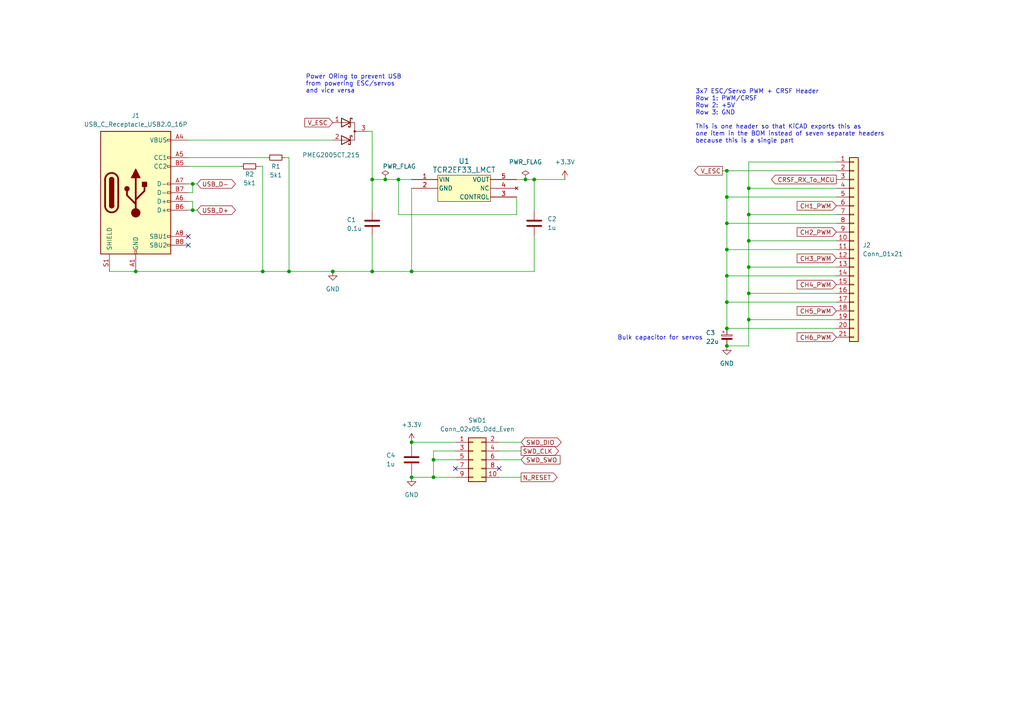
<source format=kicad_sch>
(kicad_sch (version 20250114) (generator "eeschema") (generator_version "9.0")
  (paper "A4")
  (lib_symbols
    (symbol "Connector:USB_C_Receptacle_USB2.0_16P" (pin_names (offset 1.016))
      (property "Reference" "J" (at 0 22.225 0))
      (property "Value" "USB_C_Receptacle_USB2.0_16P" (at 0 19.685 0))
      (symbol "USB_C_Receptacle_USB2.0_16P_0_0"
        (rectangle (start -0.254 -17.78) (end 0.254 -16.764))
        (rectangle (start 10.16 15.494) (end 9.144 14.986))
        (rectangle (start 10.16 10.414) (end 9.144 9.906))
        (rectangle (start 10.16 7.874) (end 9.144 7.366))
        (rectangle (start 10.16 2.794) (end 9.144 2.286))
        (rectangle (start 10.16 0.254) (end 9.144 -0.254))
        (rectangle (start 10.16 -2.286) (end 9.144 -2.794))
        (rectangle (start 10.16 -4.826) (end 9.144 -5.334))
        (rectangle (start 10.16 -12.446) (end 9.144 -12.954))
        (rectangle (start 10.16 -14.986) (end 9.144 -15.494))
      )
      (symbol "USB_C_Receptacle_USB2.0_16P_0_1"
        (rectangle (start -10.16 17.78) (end 10.16 -17.78) (stroke (width 0.254)) (fill (type background)))
        (polyline (pts (xy -8.89 -3.81) (xy -8.89 3.81)) (stroke (width 0.508)))
        (rectangle (start -7.62 -3.81) (end -6.35 3.81) (stroke (width 0.254)) (fill (type outline)))
        (arc (start -7.62 3.81) (mid -6.985 4.4423) (end -6.35 3.81) (stroke (width 0.254)))
        (arc (start -7.62 3.81) (mid -6.985 4.4423) (end -6.35 3.81) (stroke (width 0.254)) (fill (type outline)))
        (arc (start -8.89 3.81) (mid -6.985 5.7067) (end -5.08 3.81) (stroke (width 0.508)))
        (arc (start -5.08 -3.81) (mid -6.985 -5.7067) (end -8.89 -3.81) (stroke (width 0.508)))
        (arc (start -6.35 -3.81) (mid -6.985 -4.4423) (end -7.62 -3.81) (stroke (width 0.254)))
        (arc (start -6.35 -3.81) (mid -6.985 -4.4423) (end -7.62 -3.81) (stroke (width 0.254)) (fill (type outline)))
        (polyline (pts (xy -5.08 3.81) (xy -5.08 -3.81)) (stroke (width 0.508)))
        (circle (center -2.54 1.143) (radius 0.635) (stroke (width 0.254)) (fill (type outline)))
        (polyline (pts (xy -1.27 4.318) (xy 0 6.858) (xy 1.27 4.318) (xy -1.27 4.318)) (stroke (width 0.254)) (fill (type outline)))
        (polyline (pts (xy 0 -2.032) (xy 2.54 0.508) (xy 2.54 1.778)) (stroke (width 0.508)))
        (polyline (pts (xy 0 -3.302) (xy -2.54 -0.762) (xy -2.54 0.508)) (stroke (width 0.508)))
        (polyline (pts (xy 0 -5.842) (xy 0 4.318)) (stroke (width 0.508)))
        (circle (center 0 -5.842) (radius 1.27) (fill (type outline)))
        (rectangle (start 1.905 1.778) (end 3.175 3.048) (stroke (width 0.254)) (fill (type outline)))
      )
      (symbol "USB_C_Receptacle_USB2.0_16P_1_1"
        (pin passive line (at -7.62 -22.86 90) (length 5.08) (name "SHIELD") (number "S1"))
        (pin passive line (at 0 -22.86 90) (length 5.08) (name "GND") (number "A1"))
        (pin passive line (at 0 -22.86 90) (length 5.08) (hide yes) (name "GND") (number "A12"))
        (pin passive line (at 0 -22.86 90) (length 5.08) (hide yes) (name "GND") (number "B1"))
        (pin passive line (at 0 -22.86 90) (length 5.08) (hide yes) (name "GND") (number "B12"))
        (pin passive line (at 15.24 15.24 180) (length 5.08) (name "VBUS") (number "A4"))
        (pin passive line (at 15.24 15.24 180) (length 5.08) (hide yes) (name "VBUS") (number "A9"))
        (pin passive line (at 15.24 15.24 180) (length 5.08) (hide yes) (name "VBUS") (number "B4"))
        (pin passive line (at 15.24 15.24 180) (length 5.08) (hide yes) (name "VBUS") (number "B9"))
        (pin bidirectional line (at 15.24 10.16 180) (length 5.08) (name "CC1") (number "A5"))
        (pin bidirectional line (at 15.24 7.62 180) (length 5.08) (name "CC2") (number "B5"))
        (pin bidirectional line (at 15.24 2.54 180) (length 5.08) (name "D-") (number "A7"))
        (pin bidirectional line (at 15.24 0 180) (length 5.08) (name "D-") (number "B7"))
        (pin bidirectional line (at 15.24 -2.54 180) (length 5.08) (name "D+") (number "A6"))
        (pin bidirectional line (at 15.24 -5.08 180) (length 5.08) (name "D+") (number "B6"))
        (pin bidirectional line (at 15.24 -12.7 180) (length 5.08) (name "SBU1") (number "A8"))
        (pin bidirectional line (at 15.24 -15.24 180) (length 5.08) (name "SBU2") (number "B8"))
      )
    )
    (symbol "Connector_Generic:Conn_01x21" (pin_names (offset 1.016) (hide yes))
      (property "Reference" "J" (at 0 27.94 0))
      (property "Value" "Conn_01x21" (at 0 -27.94 0))
      (symbol "Conn_01x21_1_1"
        (rectangle (start -1.27 26.67) (end 1.27 -26.67) (stroke (width 0.254)) (fill (type background)))
        (rectangle (start -1.27 25.527) (end 0 25.273) (stroke (width 0.1524)))
        (rectangle (start -1.27 22.987) (end 0 22.733) (stroke (width 0.1524)))
        (rectangle (start -1.27 20.447) (end 0 20.193) (stroke (width 0.1524)))
        (rectangle (start -1.27 17.907) (end 0 17.653) (stroke (width 0.1524)))
        (rectangle (start -1.27 15.367) (end 0 15.113) (stroke (width 0.1524)))
        (rectangle (start -1.27 12.827) (end 0 12.573) (stroke (width 0.1524)))
        (rectangle (start -1.27 10.287) (end 0 10.033) (stroke (width 0.1524)))
        (rectangle (start -1.27 7.747) (end 0 7.493) (stroke (width 0.1524)))
        (rectangle (start -1.27 5.207) (end 0 4.953) (stroke (width 0.1524)))
        (rectangle (start -1.27 2.667) (end 0 2.413) (stroke (width 0.1524)))
        (rectangle (start -1.27 0.127) (end 0 -0.127) (stroke (width 0.1524)))
        (rectangle (start -1.27 -2.413) (end 0 -2.667) (stroke (width 0.1524)))
        (rectangle (start -1.27 -4.953) (end 0 -5.207) (stroke (width 0.1524)))
        (rectangle (start -1.27 -7.493) (end 0 -7.747) (stroke (width 0.1524)))
        (rectangle (start -1.27 -10.033) (end 0 -10.287) (stroke (width 0.1524)))
        (rectangle (start -1.27 -12.573) (end 0 -12.827) (stroke (width 0.1524)))
        (rectangle (start -1.27 -15.113) (end 0 -15.367) (stroke (width 0.1524)))
        (rectangle (start -1.27 -17.653) (end 0 -17.907) (stroke (width 0.1524)))
        (rectangle (start -1.27 -20.193) (end 0 -20.447) (stroke (width 0.1524)))
        (rectangle (start -1.27 -22.733) (end 0 -22.987) (stroke (width 0.1524)))
        (rectangle (start -1.27 -25.273) (end 0 -25.527) (stroke (width 0.1524)))
        (pin passive line (at -5.08 25.4 0) (length 3.81) (name "Pin_1") (number "1"))
        (pin passive line (at -5.08 22.86 0) (length 3.81) (name "Pin_2") (number "2"))
        (pin passive line (at -5.08 20.32 0) (length 3.81) (name "Pin_3") (number "3"))
        (pin passive line (at -5.08 17.78 0) (length 3.81) (name "Pin_4") (number "4"))
        (pin passive line (at -5.08 15.24 0) (length 3.81) (name "Pin_5") (number "5"))
        (pin passive line (at -5.08 12.7 0) (length 3.81) (name "Pin_6") (number "6"))
        (pin passive line (at -5.08 10.16 0) (length 3.81) (name "Pin_7") (number "7"))
        (pin passive line (at -5.08 7.62 0) (length 3.81) (name "Pin_8") (number "8"))
        (pin passive line (at -5.08 5.08 0) (length 3.81) (name "Pin_9") (number "9"))
        (pin passive line (at -5.08 2.54 0) (length 3.81) (name "Pin_10") (number "10"))
        (pin passive line (at -5.08 0 0) (length 3.81) (name "Pin_11") (number "11"))
        (pin passive line (at -5.08 -2.54 0) (length 3.81) (name "Pin_12") (number "12"))
        (pin passive line (at -5.08 -5.08 0) (length 3.81) (name "Pin_13") (number "13"))
        (pin passive line (at -5.08 -7.62 0) (length 3.81) (name "Pin_14") (number "14"))
        (pin passive line (at -5.08 -10.16 0) (length 3.81) (name "Pin_15") (number "15"))
        (pin passive line (at -5.08 -12.7 0) (length 3.81) (name "Pin_16") (number "16"))
        (pin passive line (at -5.08 -15.24 0) (length 3.81) (name "Pin_17") (number "17"))
        (pin passive line (at -5.08 -17.78 0) (length 3.81) (name "Pin_18") (number "18"))
        (pin passive line (at -5.08 -20.32 0) (length 3.81) (name "Pin_19") (number "19"))
        (pin passive line (at -5.08 -22.86 0) (length 3.81) (name "Pin_20") (number "20"))
        (pin passive line (at -5.08 -25.4 0) (length 3.81) (name "Pin_21") (number "21"))
      )
    )
    (symbol "Connector_Generic:Conn_02x05_Odd_Even" (pin_names (offset 1.016) (hide yes))
      (property "Reference" "J" (at 1.27 7.62 0))
      (property "Value" "Conn_02x05_Odd_Even" (at 1.27 -7.62 0))
      (symbol "Conn_02x05_Odd_Even_1_1"
        (rectangle (start -1.27 6.35) (end 3.81 -6.35) (stroke (width 0.254)) (fill (type background)))
        (rectangle (start -1.27 5.207) (end 0 4.953) (stroke (width 0.1524)))
        (rectangle (start -1.27 2.667) (end 0 2.413) (stroke (width 0.1524)))
        (rectangle (start -1.27 0.127) (end 0 -0.127) (stroke (width 0.1524)))
        (rectangle (start -1.27 -2.413) (end 0 -2.667) (stroke (width 0.1524)))
        (rectangle (start -1.27 -4.953) (end 0 -5.207) (stroke (width 0.1524)))
        (rectangle (start 3.81 5.207) (end 2.54 4.953) (stroke (width 0.1524)))
        (rectangle (start 3.81 2.667) (end 2.54 2.413) (stroke (width 0.1524)))
        (rectangle (start 3.81 0.127) (end 2.54 -0.127) (stroke (width 0.1524)))
        (rectangle (start 3.81 -2.413) (end 2.54 -2.667) (stroke (width 0.1524)))
        (rectangle (start 3.81 -4.953) (end 2.54 -5.207) (stroke (width 0.1524)))
        (pin passive line (at -5.08 5.08 0) (length 3.81) (name "Pin_1") (number "1"))
        (pin passive line (at -5.08 2.54 0) (length 3.81) (name "Pin_3") (number "3"))
        (pin passive line (at -5.08 0 0) (length 3.81) (name "Pin_5") (number "5"))
        (pin passive line (at -5.08 -2.54 0) (length 3.81) (name "Pin_7") (number "7"))
        (pin passive line (at -5.08 -5.08 0) (length 3.81) (name "Pin_9") (number "9"))
        (pin passive line (at 7.62 5.08 180) (length 3.81) (name "Pin_2") (number "2"))
        (pin passive line (at 7.62 2.54 180) (length 3.81) (name "Pin_4") (number "4"))
        (pin passive line (at 7.62 0 180) (length 3.81) (name "Pin_6") (number "6"))
        (pin passive line (at 7.62 -2.54 180) (length 3.81) (name "Pin_8") (number "8"))
        (pin passive line (at 7.62 -5.08 180) (length 3.81) (name "Pin_10") (number "10"))
      )
    )
    (symbol "Device:C" (pin_numbers (hide yes)) (pin_names (offset 0.254))
      (property "Reference" "C" (at 0.635 2.54 0))
      (property "Value" "C" (at 0.635 -2.54 0))
      (symbol "C_0_1"
        (polyline (pts (xy -2.032 0.762) (xy 2.032 0.762)) (stroke (width 0.508)))
        (polyline (pts (xy -2.032 -0.762) (xy 2.032 -0.762)) (stroke (width 0.508)))
      )
      (symbol "C_1_1"
        (pin passive line (at 0 3.81 270) (length 2.794) (name "~") (number "1"))
        (pin passive line (at 0 -3.81 90) (length 2.794) (name "~") (number "2"))
      )
    )
    (symbol "Device:C_Polarized_Small" (pin_numbers (hide yes)) (pin_names (offset 0.254) (hide yes))
      (property "Reference" "C" (at 0.254 1.778 0))
      (property "Value" "C_Polarized_Small" (at 0.254 -2.032 0))
      (symbol "C_Polarized_Small_0_1"
        (rectangle (start -1.524 0.6858) (end 1.524 0.3048))
        (rectangle (start -1.524 -0.3048) (end 1.524 -0.6858) (fill (type outline)))
        (polyline (pts (xy -1.27 1.524) (xy -0.762 1.524)))
        (polyline (pts (xy -1.016 1.27) (xy -1.016 1.778)))
      )
      (symbol "C_Polarized_Small_1_1"
        (pin passive line (at 0 2.54 270) (length 1.8542) (name "~") (number "1"))
        (pin passive line (at 0 -2.54 90) (length 1.8542) (name "~") (number "2"))
      )
    )
    (symbol "Device:D_Schottky_Dual_CommonCathode_AAK_Parallel" (pin_names (offset 0.762) (hide yes))
      (property "Reference" "D" (at 0 5.08 0))
      (property "Value" "D_Schottky_Dual_CommonCathode_AAK_Parallel" (at 0 -5.08 0))
      (symbol "D_Schottky_Dual_CommonCathode_AAK_Parallel_0_1"
        (polyline (pts (xy -2.54 3.81) (xy 0 2.54) (xy -2.54 1.27) (xy -2.54 3.81) (xy -2.54 3.81) (xy -2.54 3.81)) (stroke (width 0.254)))
        (polyline (pts (xy -2.54 -1.27) (xy 0 -2.54) (xy -2.54 -3.81) (xy -2.54 -1.27) (xy -2.54 -1.27) (xy -2.54 -1.27)) (stroke (width 0.254)))
        (polyline (pts (xy -2.54 -2.54) (xy 1.27 -2.54) (xy 1.27 2.54) (xy -2.54 2.54)))
        (polyline (pts (xy 0.508 3.556) (xy 0.508 3.81) (xy 0 3.81) (xy 0 1.27) (xy -0.508 1.27) (xy -0.508 1.524)) (stroke (width 0.254)))
        (polyline (pts (xy 0.508 -1.524) (xy 0.508 -1.27) (xy 0 -1.27) (xy 0 -3.81) (xy -0.508 -3.81) (xy -0.508 -3.556)) (stroke (width 0.254)))
        (polyline (pts (xy 1.27 0) (xy 2.54 0)))
        (circle (center 1.27 0) (radius 0.254) (fill (type outline)))
        (pin passive line (at -5.08 2.54 0) (length 2.54) (name "A") (number "1"))
        (pin passive line (at -5.08 -2.54 0) (length 2.54) (name "A") (number "2"))
        (pin passive line (at 5.08 0 180) (length 2.54) (name "K") (number "3"))
      )
    )
    (symbol "Device:R_Small" (pin_numbers (hide yes)) (pin_names (offset 0.254) (hide yes))
      (property "Reference" "R" (at 0.762 0.508 0))
      (property "Value" "R_Small" (at 0.762 -1.016 0))
      (symbol "R_Small_0_1"
        (rectangle (start -0.762 1.778) (end 0.762 -1.778) (stroke (width 0.2032)))
      )
      (symbol "R_Small_1_1"
        (pin passive line (at 0 2.54 270) (length 0.762) (name "~") (number "1"))
        (pin passive line (at 0 -2.54 90) (length 0.762) (name "~") (number "2"))
      )
    )
    (symbol "Regulator_Linear_Custom:TCR2EF33_LMCT" (pin_names (offset 0.254))
      (property "Reference" "U" (at 15.24 5.588 0))
      (property "Value" "TCR2EF33_LMCT" (at 15.24 3.048 0))
      (symbol "TCR2EF33_LMCT_0_1"
        (rectangle (start 7.62 1.27) (end 22.86 -6.35) (fill (type background)))
        (pin power_in line (at 0 0 0) (length 7.62) (name "VIN") (number "1"))
        (pin power_out line (at 0 -2.54 0) (length 7.62) (name "GND") (number "2"))
        (pin power_in line (at 30.48 0 180) (length 7.62) (name "VOUT") (number "5"))
        (pin no_connect line (at 30.48 -2.54 180) (length 7.62) (name "NC") (number "4"))
        (pin unspecified line (at 30.48 -5.08 180) (length 7.62) (name "CONTROL") (number "3"))
      )
    )
    (symbol "power:+3.3V" (power) (pin_numbers (hide yes)) (pin_names (offset 0) (hide yes))
      (property "Value" "+3.3V" (at 0 3.556 0))
      (symbol "+3.3V_0_1"
        (polyline (pts (xy -0.762 1.27) (xy 0 2.54)))
        (polyline (pts (xy 0 2.54) (xy 0.762 1.27)))
        (polyline (pts (xy 0 0) (xy 0 2.54)))
      )
      (symbol "+3.3V_1_1"
        (pin power_in line (at 0 0 90) (length 0) (name "~") (number "1"))
      )
    )
    (symbol "power:GND" (power) (pin_numbers (hide yes)) (pin_names (offset 0) (hide yes))
      (property "Value" "GND" (at 0 -3.81 0))
      (symbol "GND_0_1"
        (polyline (pts (xy 0 0) (xy 0 -1.27) (xy 1.27 -1.27) (xy 0 -2.54) (xy -1.27 -1.27) (xy 0 -1.27)))
      )
      (symbol "GND_1_1"
        (pin power_in line (at 0 0 270) (length 0) (name "~") (number "1"))
      )
    )
    (symbol "power:PWR_FLAG" (power) (pin_numbers (hide yes)) (pin_names (offset 0) (hide yes))
      (property "Value" "PWR_FLAG" (at 0 3.81 0))
      (symbol "PWR_FLAG_0_0"
        (pin power_out line (at 0 0 90) (length 0) (name "~") (number "1"))
      )
      (symbol "PWR_FLAG_0_1"
        (polyline (pts (xy 0 0) (xy 0 1.27) (xy -1.016 1.905) (xy 0 2.54) (xy 1.016 1.905) (xy 0 1.27)))
      )
    )
  )
  (text "Bulk capacitor for servos" (at 179.07 98.044 0) (effects (font (size 1.27 1.27)) (justify left)))
  (text "Power ORing to prevent USB\nfrom powering ESC/servos\nand vice versa" (at 88.646 24.384 0) (effects (font (size 1.27 1.27)) (justify left)))
  (text "3x7 ESC/Servo PWM + CRSF Header\nRow 1: PWM/CRSF\nRow 2: +5V\nRow 3: GND\n\nThis is one header so that KiCAD exports this as\none item in the BOM instead of seven separate headers\nbecause this is a single part" (at 201.676 33.782 0) (effects (font (size 1.27 1.27)) (justify left)))
  (junction (at 217.17 54.61))
  (junction (at 115.57 52.07))
  (junction (at 119.38 128.27))
  (junction (at 55.88 53.34))
  (junction (at 76.2 78.74))
  (junction (at 217.17 77.47))
  (junction (at 125.73 133.35))
  (junction (at 210.82 57.15))
  (junction (at 96.52 78.74))
  (junction (at 210.82 80.01))
  (junction (at 111.76 52.07))
  (junction (at 125.73 138.43))
  (junction (at 107.95 78.74))
  (junction (at 119.38 78.74))
  (junction (at 154.94 52.07))
  (junction (at 217.17 85.09))
  (junction (at 217.17 62.23))
  (junction (at 210.82 64.77))
  (junction (at 210.82 72.39))
  (junction (at 210.82 100.33))
  (junction (at 152.4 52.07))
  (junction (at 55.88 60.96))
  (junction (at 210.82 95.25))
  (junction (at 119.38 138.43))
  (junction (at 107.95 52.07))
  (junction (at 217.17 69.85))
  (junction (at 39.37 78.74))
  (junction (at 210.82 49.53))
  (junction (at 217.17 92.71))
  (junction (at 83.82 78.74))
  (junction (at 210.82 87.63))
  (no_connect (at 54.61 71.12))
  (no_connect (at 54.61 68.58))
  (no_connect (at 132.08 135.89))
  (no_connect (at 144.78 135.89))
  (wire (pts (xy 149.86 52.07) (xy 152.4 52.07)))
  (wire (pts (xy 115.57 52.07) (xy 119.38 52.07)))
  (wire (pts (xy 55.88 55.88) (xy 55.88 53.34)))
  (wire (pts (xy 132.08 130.81) (xy 125.73 130.81)))
  (wire (pts (xy 144.78 130.81) (xy 151.13 130.81)))
  (wire (pts (xy 76.2 48.26) (xy 76.2 78.74)))
  (wire (pts (xy 125.73 133.35) (xy 125.73 138.43)))
  (wire (pts (xy 54.61 60.96) (xy 55.88 60.96)))
  (wire (pts (xy 76.2 78.74) (xy 83.82 78.74)))
  (wire (pts (xy 217.17 77.47) (xy 242.57 77.47)))
  (wire (pts (xy 210.82 95.25) (xy 242.57 95.25)))
  (wire (pts (xy 210.82 64.77) (xy 210.82 57.15)))
  (wire (pts (xy 119.38 128.27) (xy 132.08 128.27)))
  (wire (pts (xy 69.85 48.26) (xy 54.61 48.26)))
  (wire (pts (xy 210.82 57.15) (xy 210.82 49.53)))
  (wire (pts (xy 55.88 60.96) (xy 57.15 60.96)))
  (wire (pts (xy 154.94 68.58) (xy 154.94 78.74)))
  (wire (pts (xy 55.88 58.42) (xy 55.88 60.96)))
  (wire (pts (xy 217.17 92.71) (xy 242.57 92.71)))
  (wire (pts (xy 55.88 53.34) (xy 57.15 53.34)))
  (wire (pts (xy 217.17 62.23) (xy 242.57 62.23)))
  (wire (pts (xy 242.57 80.01) (xy 210.82 80.01)))
  (wire (pts (xy 209.55 49.53) (xy 210.82 49.53)))
  (wire (pts (xy 217.17 77.47) (xy 217.17 85.09)))
  (wire (pts (xy 83.82 78.74) (xy 96.52 78.74)))
  (wire (pts (xy 217.17 54.61) (xy 217.17 62.23)))
  (wire (pts (xy 119.38 54.61) (xy 119.38 78.74)))
  (wire (pts (xy 217.17 46.99) (xy 217.17 54.61)))
  (wire (pts (xy 119.38 138.43) (xy 119.38 137.16)))
  (wire (pts (xy 107.95 78.74) (xy 119.38 78.74)))
  (wire (pts (xy 217.17 69.85) (xy 217.17 77.47)))
  (wire (pts (xy 242.57 72.39) (xy 210.82 72.39)))
  (wire (pts (xy 125.73 138.43) (xy 119.38 138.43)))
  (wire (pts (xy 217.17 54.61) (xy 242.57 54.61)))
  (wire (pts (xy 210.82 100.33) (xy 217.17 100.33)))
  (wire (pts (xy 242.57 87.63) (xy 210.82 87.63)))
  (wire (pts (xy 125.73 133.35) (xy 132.08 133.35)))
  (wire (pts (xy 217.17 62.23) (xy 217.17 69.85)))
  (wire (pts (xy 74.93 48.26) (xy 76.2 48.26)))
  (wire (pts (xy 217.17 85.09) (xy 217.17 92.71)))
  (wire (pts (xy 107.95 68.58) (xy 107.95 78.74)))
  (wire (pts (xy 111.76 52.07) (xy 115.57 52.07)))
  (wire (pts (xy 210.82 49.53) (xy 242.57 49.53)))
  (wire (pts (xy 107.95 38.1) (xy 106.68 38.1)))
  (wire (pts (xy 107.95 52.07) (xy 111.76 52.07)))
  (wire (pts (xy 242.57 46.99) (xy 217.17 46.99)))
  (wire (pts (xy 144.78 128.27) (xy 151.13 128.27)))
  (wire (pts (xy 144.78 138.43) (xy 151.13 138.43)))
  (wire (pts (xy 54.61 53.34) (xy 55.88 53.34)))
  (wire (pts (xy 54.61 58.42) (xy 55.88 58.42)))
  (wire (pts (xy 125.73 130.81) (xy 125.73 133.35)))
  (wire (pts (xy 96.52 40.64) (xy 54.61 40.64)))
  (wire (pts (xy 107.95 52.07) (xy 107.95 60.96)))
  (wire (pts (xy 115.57 62.23) (xy 115.57 52.07)))
  (wire (pts (xy 144.78 133.35) (xy 151.13 133.35)))
  (wire (pts (xy 39.37 78.74) (xy 76.2 78.74)))
  (wire (pts (xy 54.61 45.72) (xy 77.47 45.72)))
  (wire (pts (xy 54.61 55.88) (xy 55.88 55.88)))
  (wire (pts (xy 210.82 87.63) (xy 210.82 80.01)))
  (wire (pts (xy 132.08 138.43) (xy 125.73 138.43)))
  (wire (pts (xy 210.82 80.01) (xy 210.82 72.39)))
  (wire (pts (xy 242.57 57.15) (xy 210.82 57.15)))
  (wire (pts (xy 83.82 45.72) (xy 83.82 78.74)))
  (wire (pts (xy 217.17 85.09) (xy 242.57 85.09)))
  (wire (pts (xy 119.38 128.27) (xy 119.38 129.54)))
  (wire (pts (xy 217.17 92.71) (xy 217.17 100.33)))
  (wire (pts (xy 152.4 52.07) (xy 154.94 52.07)))
  (wire (pts (xy 217.17 69.85) (xy 242.57 69.85)))
  (wire (pts (xy 107.95 38.1) (xy 107.95 52.07)))
  (wire (pts (xy 149.86 62.23) (xy 115.57 62.23)))
  (wire (pts (xy 210.82 72.39) (xy 210.82 64.77)))
  (wire (pts (xy 96.52 78.74) (xy 107.95 78.74)))
  (wire (pts (xy 149.86 57.15) (xy 149.86 62.23)))
  (wire (pts (xy 154.94 52.07) (xy 163.83 52.07)))
  (wire (pts (xy 83.82 45.72) (xy 82.55 45.72)))
  (wire (pts (xy 31.75 78.74) (xy 39.37 78.74)))
  (wire (pts (xy 119.38 78.74) (xy 154.94 78.74)))
  (wire (pts (xy 210.82 95.25) (xy 210.82 87.63)))
  (wire (pts (xy 242.57 64.77) (xy 210.82 64.77)))
  (wire (pts (xy 154.94 52.07) (xy 154.94 60.96)))
  (global_label "CH6_PWM" (shape input) (at 242.57 97.79 180) (property "Intersheetrefs" "${INTERSHEET_REFS}" (effects (hide yes))))
  (global_label "V_ESC" (shape output) (at 209.55 49.53 180) (property "Intersheetrefs" "${INTERSHEET_REFS}" (effects (hide yes))))
  (global_label "CH3_PWM" (shape input) (at 242.57 74.93 180) (property "Intersheetrefs" "${INTERSHEET_REFS}" (effects (hide yes))))
  (global_label "SWD_SWO" (shape input) (at 151.13 133.35 0) (property "Intersheetrefs" "${INTERSHEET_REFS}" (effects (hide yes))))
  (global_label "USB_D-" (shape bidirectional) (at 57.15 53.34 0) (property "Intersheetrefs" "${INTERSHEET_REFS}" (effects (hide yes))))
  (global_label "USB_D+" (shape bidirectional) (at 57.15 60.96 0) (property "Intersheetrefs" "${INTERSHEET_REFS}" (effects (hide yes))))
  (global_label "N_RESET" (shape output) (at 151.13 138.43 0) (property "Intersheetrefs" "${INTERSHEET_REFS}" (effects (hide yes))))
  (global_label "SWD_CLK" (shape output) (at 151.13 130.81 0) (property "Intersheetrefs" "${INTERSHEET_REFS}" (effects (hide yes))))
  (global_label "V_ESC" (shape input) (at 96.52 35.56 180) (property "Intersheetrefs" "${INTERSHEET_REFS}" (effects (hide yes))))
  (global_label "SWD_DIO" (shape bidirectional) (at 151.13 128.27 0) (property "Intersheetrefs" "${INTERSHEET_REFS}" (effects (hide yes))))
  (global_label "CH2_PWM" (shape input) (at 242.57 67.31 180) (property "Intersheetrefs" "${INTERSHEET_REFS}" (effects (hide yes))))
  (global_label "CRSF_RX_To_MCU" (shape output) (at 242.57 52.07 180) (property "Intersheetrefs" "${INTERSHEET_REFS}" (effects (hide yes))))
  (global_label "CH4_PWM" (shape input) (at 242.57 82.55 180) (property "Intersheetrefs" "${INTERSHEET_REFS}" (effects (hide yes))))
  (global_label "CH5_PWM" (shape input) (at 242.57 90.17 180) (property "Intersheetrefs" "${INTERSHEET_REFS}" (effects (hide yes))))
  (global_label "CH1_PWM" (shape input) (at 242.57 59.69 180) (property "Intersheetrefs" "${INTERSHEET_REFS}" (effects (hide yes))))
  (symbol (lib_id "Device:R_Small") (at 80.01 45.72 90) (unit 1)
    (property "Reference" "R1" (at 80.01 48.26 90))
    (property "Value" "5k1" (at 80.01 50.8 90))
    (property "Footprint" "Resistor_SMD:R_0402_1005Metric_Pad0.72x0.64mm_HandSolder" (effects (hide yes)))
    (property "Description" "Resistor, small symbol" (effects (hide yes)))
    (property "DigiKey Part #" "13-RC0402FR-135K1LCT-ND" (effects (hide yes)))
    (property "Mfg Part #" "RC0402FR-135K1L" (effects (hide yes)))
    (property "MANUFACTURER" "YAGEO" (effects (hide yes)))
    (property "Package" "0402" (effects (hide yes)))
  )
  (symbol (lib_id "Device:C") (at 119.38 133.35 0) (unit 1)
    (property "Reference" "C4" (at 112.014 132.08 0) (effects (justify left)))
    (property "Value" "1u" (at 112.014 134.62 0) (effects (justify left)))
    (property "Footprint" "Capacitor_SMD:C_0402_1005Metric_Pad0.74x0.62mm_HandSolder" (effects (hide yes)))
    (property "Description" "Unpolarized capacitor" (effects (hide yes)))
    (property "DigiKey Part #" "1276-1445-1-ND" (effects (hide yes)))
    (property "Mfg Part #" "CL05A105KA5NQNC" (effects (hide yes)))
    (property "MANUFACTURER" "Samsung Electro-Mechanics" (effects (hide yes)))
    (property "Package" "0402" (effects (hide yes)))
  )
  (symbol (lib_id "Device:D_Schottky_Dual_CommonCathode_AAK_Parallel") (at 101.6 38.1 0) (unit 1)
    (property "Reference" "D1" (effects (hide yes)))
    (property "Value" "PMEG2005CT,215" (at 96.012 44.958 0))
    (property "Footprint" "Package_TO_SOT_SMD:SOT-23" (effects (hide yes)))
    (property "Description" "Dual Schottky diode, common cathode on pin 3" (effects (hide yes)))
    (property "DigiKey Part #" "1727-5188-2-ND" (effects (hide yes)))
    (property "Mfg Part #" "PMEG2005CT,215" (effects (hide yes)))
    (property "MANUFACTURER" "Nexperia USA Inc." (effects (hide yes)))
    (property "Package" "3-SOT" (effects (hide yes)))
  )
  (symbol (lib_id "Device:C_Polarized_Small") (at 210.82 97.79 0) (unit 1)
    (property "Reference" "C3" (at 204.724 96.52 0) (effects (justify left)))
    (property "Value" "22u" (at 204.724 99.06 0) (effects (justify left)))
    (property "Footprint" "Capacitor_SMD:CP_Elec_4x5.4" (effects (hide yes)))
    (property "Description" "Polarized capacitor, small symbol" (effects (hide yes)))
    (property "DigiKey Part #" "732-8413-1-ND" (effects (hide yes)))
    (property "Mfg Part #" "865080340003" (effects (hide yes)))
    (property "MANUFACTURER" "Würth Elektronik" (effects (hide yes)))
    (property "Package" "Radial, Can - SMD" (effects (hide yes)))
  )
  (symbol (lib_id "power:GND") (at 119.38 138.43 0) (unit 1)
    (property "Reference" "#PWR05" (effects (hide yes)))
    (property "Value" "GND" (at 119.38 143.51 0))
    (property "Description" "Power symbol creates a global label with name \"GND\" , ground" (effects (hide yes)))
  )
  (symbol (lib_id "power:PWR_FLAG") (at 111.76 52.07 0) (unit 1)
    (property "Reference" "#FLG01" (effects (hide yes)))
    (property "Value" "PWR_FLAG" (at 115.824 48.26 0))
    (property "Description" "Special symbol for telling ERC where power comes from" (effects (hide yes)))
  )
  (symbol (lib_id "Device:R_Small") (at 72.39 48.26 90) (unit 1)
    (property "Reference" "R2" (at 72.39 50.546 90))
    (property "Value" "5k1" (at 72.39 53.086 90))
    (property "Footprint" "Resistor_SMD:R_0402_1005Metric_Pad0.72x0.64mm_HandSolder" (effects (hide yes)))
    (property "Description" "Resistor, small symbol" (effects (hide yes)))
    (property "DigiKey Part #" "13-RC0402FR-135K1LCT-ND" (effects (hide yes)))
    (property "Mfg Part #" "RC0402FR-135K1L" (effects (hide yes)))
    (property "MANUFACTURER" "YAGEO" (effects (hide yes)))
    (property "Package" "0402" (effects (hide yes)))
  )
  (symbol (lib_id "Regulator_Linear_Custom:TCR2EF33_LMCT") (at 119.38 52.07 0) (unit 1)
    (property "Reference" "U1" (at 134.62 46.736 0) (effects (font (size 1.524 1.524))))
    (property "Value" "TCR2EF33_LMCT" (at 134.62 49.276 0) (effects (font (size 1.524 1.524))))
    (property "Footprint" "Package_TO_SOT_SMD_Custom:SOT-25 SMV_TOS" (effects (hide yes)))
    (property "Datasheet" "TCR2EF33_LMCT" (effects (hide yes)))
    (property "Description" "IC REG LINEAR 3.3V 200MA SMV" (effects (hide yes)))
    (property "DigiKey Part #" "TCR2EF33LM(CTTR-ND" (effects (hide yes)))
    (property "Mfg Part #" "TCR2EF33,LM(CT" (effects (hide yes)))
    (property "MANUFACTURER" "Toshiba Semiconductor and Storage" (effects (hide yes)))
    (property "Package" "5-SOT" (effects (hide yes)))
  )
  (symbol (lib_id "power:PWR_FLAG") (at 152.4 52.07 0) (unit 1)
    (property "Reference" "#FLG02" (effects (hide yes)))
    (property "Value" "PWR_FLAG" (at 152.4 46.99 0))
    (property "Description" "Special symbol for telling ERC where power comes from" (effects (hide yes)))
  )
  (symbol (lib_id "Device:C") (at 107.95 64.77 0) (unit 1)
    (property "Reference" "C1" (at 100.584 63.754 0) (effects (justify left)))
    (property "Value" "0.1u" (at 100.584 66.294 0) (effects (justify left)))
    (property "Footprint" "Capacitor_SMD:C_0402_1005Metric_Pad0.74x0.62mm_HandSolder" (effects (hide yes)))
    (property "Description" "Unpolarized capacitor" (effects (hide yes)))
    (property "DigiKey Part #" "1276-6720-1-ND" (effects (hide yes)))
    (property "Mfg Part #" "CL05B104KA5NNNC" (effects (hide yes)))
    (property "MANUFACTURER" "Samsung Electro-Mechanics" (effects (hide yes)))
    (property "Package" "0402" (effects (hide yes)))
  )
  (symbol (lib_id "power:GND") (at 210.82 100.33 0) (unit 1)
    (property "Reference" "#PWR03" (effects (hide yes)))
    (property "Value" "GND" (at 210.82 105.41 0))
    (property "Description" "Power symbol creates a global label with name \"GND\" , ground" (effects (hide yes)))
  )
  (symbol (lib_id "power:+3.3V") (at 163.83 52.07 0) (unit 1)
    (property "Reference" "#PWR01" (effects (hide yes)))
    (property "Value" "+3.3V" (at 163.83 46.99 0))
    (property "Description" "Power symbol creates a global label with name \"+3.3V\"" (effects (hide yes)))
  )
  (symbol (lib_id "Connector_Generic:Conn_02x05_Odd_Even") (at 137.16 133.35 0) (unit 1)
    (property "Reference" "SWD1" (at 138.43 121.92 0))
    (property "Value" "Conn_02x05_Odd_Even" (at 138.43 124.46 0))
    (property "Footprint" "Connector_PinHeader_1.27mm:PinHeader_2x05_P1.27mm_Vertical" (effects (hide yes)))
    (property "Description" "Generic connector, double row, 02x05, odd/even pin numbering scheme (row 1 odd numbers, row 2 even numbers), script generated (kicad-library-utils/schlib/autogen/connector/)" (effects (hide yes)))
    (property "DigiKey Part #" "S9015E-05-ND" (effects (hide yes)))
    (property "Mfg Part #" "GRPB052VWVN-RC" (effects (hide yes)))
    (property "MANUFACTURER" "Sullins Connector Solutions" (effects (hide yes)))
    (property "Package" "10POS" (effects (hide yes)))
  )
  (symbol (lib_id "Device:C") (at 154.94 64.77 0) (unit 1)
    (property "Reference" "C2" (at 158.75 63.4999 0) (effects (justify left)))
    (property "Value" "1u" (at 158.75 66.0399 0) (effects (justify left)))
    (property "Footprint" "Capacitor_SMD:C_0402_1005Metric_Pad0.74x0.62mm_HandSolder" (effects (hide yes)))
    (property "Description" "Unpolarized capacitor" (effects (hide yes)))
    (property "DigiKey Part #" "1276-1445-1-ND" (effects (hide yes)))
    (property "Mfg Part #" "CL05A105KA5NQNC" (effects (hide yes)))
    (property "MANUFACTURER" "Samsung Electro-Mechanics" (effects (hide yes)))
    (property "Package" "0402" (effects (hide yes)))
  )
  (symbol (lib_id "power:GND") (at 96.52 78.74 0) (unit 1)
    (property "Reference" "#PWR02" (effects (hide yes)))
    (property "Value" "GND" (at 96.52 83.82 0))
    (property "Description" "Power symbol creates a global label with name \"GND\" , ground" (effects (hide yes)))
  )
  (symbol (lib_id "Connector:USB_C_Receptacle_USB2.0_16P") (at 39.37 55.88 0) (unit 1)
    (property "Reference" "J1" (at 39.37 33.528 0))
    (property "Value" "USB_C_Receptacle_USB2.0_16P" (at 39.37 36.068 0))
    (property "Footprint" "Connector_USB:USB_C_Receptacle_GCT_USB4105-xx-A_16P_TopMnt_Horizontal" (effects (hide yes)))
    (property "Datasheet" "https://www.usb.org/sites/default/files/documents/usb_type-c.zip" (effects (hide yes)))
    (property "Description" "USB 2.0-only 16P Type-C Receptacle connector" (effects (hide yes)))
    (property "DigiKey Part #" "2073-USB4105-GF-ATR-ND" (effects (hide yes)))
    (property "Mfg Part #" "USB4105-GF-A" (effects (hide yes)))
    (property "MANUFACTURER" "GCT" (effects (hide yes)))
    (property "Package" "USB-C" (effects (hide yes)))
  )
  (symbol (lib_id "power:+3.3V") (at 119.38 128.27 0) (unit 1)
    (property "Reference" "#PWR04" (effects (hide yes)))
    (property "Value" "+3.3V" (at 119.38 123.19 0))
    (property "Description" "Power symbol creates a global label with name \"+3.3V\"" (effects (hide yes)))
  )
  (symbol (lib_id "Connector_Generic:Conn_01x21") (at 247.65 72.39 0) (unit 1)
    (property "Reference" "J2" (at 250.19 71.1199 0) (effects (justify left)))
    (property "Value" "Conn_01x21" (at 250.19 73.6599 0) (effects (justify left)))
    (property "Footprint" "Connector_PinHeader_2.54mm_Custom:PinHeader_3x07_P2.54mm_Vertical" (effects (hide yes)))
    (property "Description" "Generic connector, single row, 01x21, script generated (kicad-library-utils/schlib/autogen/connector/)" (effects (hide yes)))
    (property "DigiKey Part #" "TSW-107-26-F-T-ND" (effects (hide yes)))
    (property "MANUFACTURER" "Samtec Inc." (effects (hide yes)))
    (property "Mfg Part #" "TSW-107-26-F-T" (effects (hide yes)))
    (property "Package" "21POS" (effects (hide yes)))
  )
)
</source>
